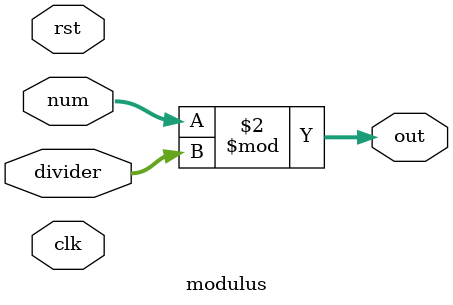
<source format=v>
module modulus (
    input clk,
    input rst,
    input [15:0] num,
    input [15:0] divider,
    output reg [15:0] out
  );

  /* Combinational Logic */
  always begin
     out = num % divider;
  end
  
  /* Sequential Logic */
  always @(posedge clk) begin
    if (rst) begin
      // Add flip-flop reset values here
    end else begin
      // Add flip-flop q <= d statements here
    end
  end
  
endmodule

</source>
